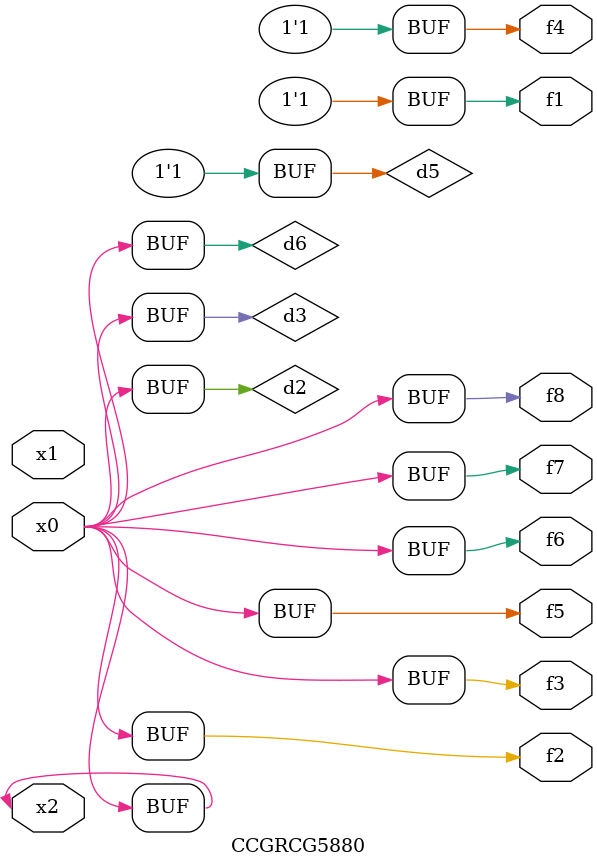
<source format=v>
module CCGRCG5880(
	input x0, x1, x2,
	output f1, f2, f3, f4, f5, f6, f7, f8
);

	wire d1, d2, d3, d4, d5, d6;

	xnor (d1, x2);
	buf (d2, x0, x2);
	and (d3, x0);
	xnor (d4, x1, x2);
	nand (d5, d1, d3);
	buf (d6, d2, d3);
	assign f1 = d5;
	assign f2 = d6;
	assign f3 = d6;
	assign f4 = d5;
	assign f5 = d6;
	assign f6 = d6;
	assign f7 = d6;
	assign f8 = d6;
endmodule

</source>
